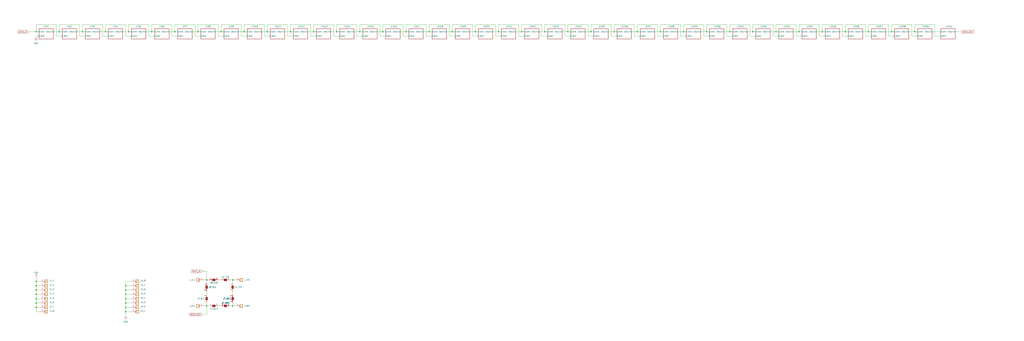
<source format=kicad_sch>
(kicad_sch (version 20230121) (generator eeschema)
  (paper "User" 899.998 299.999)
  (lib_symbols
    (symbol "Connector_Generic:Conn_01x01" (pin_names (offset 1.016) hide)
      (property "Reference" "J" (at 0 2.54 0))
      (property "Value" "Conn_01x01" (at 0 -2.54 0))
      (symbol "Conn_01x01_1_1"
        (rectangle (start -1.27 0.127) (end 0 -0.127) (stroke (width 0.1524)))
        (rectangle (start -1.27 1.27) (end 1.27 -1.27) (stroke (width 0.254)) (fill (type background)))
        (pin passive line (at -5.08 0 0) (length 3.81) (name "Pin_1") (number "1"))
      )
    )
    (symbol "Jumper:SolderJumper_2_Open" (pin_names (offset 0) hide)
      (property "Reference" "JP" (at 0 2.032 0))
      (property "Value" "SolderJumper_2_Open" (at 0 -2.54 0))
      (symbol "SolderJumper_2_Open_0_1"
        (arc (start -0.254 1.016) (mid -1.2656 0) (end -0.254 -1.016))
        (arc (start -0.254 1.016) (mid -1.2656 0) (end -0.254 -1.016) (fill (type outline)))
        (polyline (pts (xy -0.254 1.016) (xy -0.254 -1.016)))
        (polyline (pts (xy 0.254 1.016) (xy 0.254 -1.016)))
        (arc (start 0.254 -1.016) (mid 1.2656 0) (end 0.254 1.016))
        (arc (start 0.254 -1.016) (mid 1.2656 0) (end 0.254 1.016) (fill (type outline)))
      )
      (symbol "SolderJumper_2_Open_1_1"
        (pin passive line (at -3.81 0 0) (length 2.54) (name "A") (number "1"))
        (pin passive line (at 3.81 0 180) (length 2.54) (name "B") (number "2"))
      )
    )
    (symbol "power:GND" (power) (pin_names (offset 0))
      (property "Value" "GND" (at 0 -3.81 0))
      (symbol "GND_0_1"
        (polyline (pts (xy 0 0) (xy 0 -1.27) (xy 1.27 -1.27) (xy 0 -2.54) (xy -1.27 -1.27) (xy 0 -1.27)))
      )
      (symbol "GND_1_1"
        (pin power_in line (at 0 0 270) (length 0) hide (name "GND") (number "1"))
      )
    )
    (symbol "power:VDD" (power) (pin_names (offset 0))
      (property "Value" "VDD" (at 0 3.81 0))
      (symbol "VDD_0_1"
        (polyline (pts (xy -0.762 1.27) (xy 0 2.54)))
        (polyline (pts (xy 0 0) (xy 0 2.54)))
        (polyline (pts (xy 0 2.54) (xy 0.762 1.27)))
      )
      (symbol "VDD_1_1"
        (pin power_in line (at 0 0 90) (length 0) hide (name "VDD") (number "1"))
      )
    )
  )
  (junction (at 110.49 251.46))
  (junction (at 580.39 27.94))
  (junction (at 31.75 259.08))
  (junction (at 438.15 27.94))
  (junction (at 499.11 27.94))
  (junction (at 153.67 27.94))
  (junction (at 641.35 27.94))
  (junction (at 72.39 27.94))
  (junction (at 397.51 27.94))
  (junction (at 31.75 251.46))
  (junction (at 110.49 274.32))
  (junction (at 181.61 246.38))
  (junction (at 31.75 266.7))
  (junction (at 113.03 27.94))
  (junction (at 92.71 27.94))
  (junction (at 110.49 270.51))
  (junction (at 181.61 269.24))
  (junction (at 702.31 27.94))
  (junction (at 763.27 27.94))
  (junction (at 275.59 27.94))
  (junction (at 110.49 266.7))
  (junction (at 621.03 27.94))
  (junction (at 234.95 27.94))
  (junction (at 52.07 27.94))
  (junction (at 214.63 27.94))
  (junction (at 742.95 27.94))
  (junction (at 204.47 269.24))
  (junction (at 204.47 246.38))
  (junction (at 539.75 27.94))
  (junction (at 681.99 27.94))
  (junction (at 600.71 27.94))
  (junction (at 377.19 27.94))
  (junction (at 336.55 27.94))
  (junction (at 31.75 247.65))
  (junction (at 458.47 27.94))
  (junction (at 519.43 27.94))
  (junction (at 173.99 27.94))
  (junction (at 194.31 27.94))
  (junction (at 133.35 27.94))
  (junction (at 31.75 27.94))
  (junction (at 316.23 27.94))
  (junction (at 560.07 27.94))
  (junction (at 417.83 27.94))
  (junction (at 31.75 262.89))
  (junction (at 478.79 27.94))
  (junction (at 31.75 255.27))
  (junction (at 31.75 270.51))
  (junction (at 356.87 27.94))
  (junction (at 255.27 27.94))
  (junction (at 722.63 27.94))
  (junction (at 110.49 262.89))
  (junction (at 110.49 259.08))
  (junction (at 661.67 27.94))
  (junction (at 783.59 27.94))
  (junction (at 295.91 27.94))
  (junction (at 803.91 27.94))
  (junction (at 110.49 255.27))
  (wire (pts (xy 31.75 259.08) (xy 35.56 259.08)))
  (wire (pts (xy 25.4 27.94) (xy 31.75 27.94)))
  (wire (pts (xy 621.03 21.59) (xy 621.03 27.94)))
  (wire (pts (xy 31.75 27.94) (xy 31.75 21.59)))
  (wire (pts (xy 351.79 27.94) (xy 356.87 27.94)))
  (wire (pts (xy 74.93 27.94) (xy 72.39 27.94)))
  (wire (pts (xy 542.29 31.75) (xy 537.21 31.75)))
  (wire (pts (xy 181.61 269.24) (xy 181.61 276.86)))
  (wire (pts (xy 232.41 31.75) (xy 232.41 21.59)))
  (wire (pts (xy 31.75 274.32) (xy 31.75 270.51)))
  (wire (pts (xy 679.45 21.59) (xy 661.67 21.59)))
  (wire (pts (xy 110.49 255.27) (xy 110.49 259.08)))
  (wire (pts (xy 31.75 262.89) (xy 35.56 262.89)))
  (wire (pts (xy 745.49 31.75) (xy 740.41 31.75)))
  (wire (pts (xy 31.75 266.7) (xy 31.75 262.89)))
  (wire (pts (xy 397.51 27.94) (xy 397.51 21.59)))
  (wire (pts (xy 31.75 251.46) (xy 31.75 255.27)))
  (wire (pts (xy 214.63 27.94) (xy 214.63 21.59)))
  (wire (pts (xy 191.77 31.75) (xy 191.77 21.59)))
  (wire (pts (xy 699.77 31.75) (xy 699.77 21.59)))
  (wire (pts (xy 176.53 31.75) (xy 171.45 31.75)))
  (wire (pts (xy 577.85 31.75) (xy 577.85 21.59)))
  (wire (pts (xy 31.75 255.27) (xy 31.75 259.08)))
  (wire (pts (xy 679.45 31.75) (xy 679.45 21.59)))
  (wire (pts (xy 760.73 31.75) (xy 760.73 21.59)))
  (wire (pts (xy 110.49 262.89) (xy 115.57 262.89)))
  (wire (pts (xy 331.47 27.94) (xy 336.55 27.94)))
  (wire (pts (xy 725.17 31.75) (xy 720.09 31.75)))
  (wire (pts (xy 659.13 21.59) (xy 641.35 21.59)))
  (wire (pts (xy 481.33 31.75) (xy 476.25 31.75)))
  (wire (pts (xy 801.37 31.75) (xy 801.37 21.59)))
  (wire (pts (xy 417.83 21.59) (xy 435.61 21.59)))
  (wire (pts (xy 237.49 31.75) (xy 232.41 31.75)))
  (wire (pts (xy 35.56 270.51) (xy 31.75 270.51)))
  (wire (pts (xy 763.27 27.94) (xy 758.19 27.94)))
  (wire (pts (xy 623.57 27.94) (xy 621.03 27.94)))
  (wire (pts (xy 356.87 27.94) (xy 359.41 27.94)))
  (wire (pts (xy 181.61 256.54) (xy 181.61 259.08)))
  (wire (pts (xy 417.83 27.94) (xy 420.37 27.94)))
  (wire (pts (xy 600.71 21.59) (xy 600.71 27.94)))
  (wire (pts (xy 783.59 21.59) (xy 783.59 27.94)))
  (wire (pts (xy 392.43 27.94) (xy 397.51 27.94)))
  (wire (pts (xy 521.97 31.75) (xy 516.89 31.75)))
  (wire (pts (xy 130.81 31.75) (xy 130.81 21.59)))
  (wire (pts (xy 478.79 27.94) (xy 473.71 27.94)))
  (wire (pts (xy 496.57 31.75) (xy 496.57 21.59)))
  (wire (pts (xy 115.57 31.75) (xy 110.49 31.75)))
  (wire (pts (xy 151.13 31.75) (xy 151.13 21.59)))
  (wire (pts (xy 173.99 27.94) (xy 173.99 21.59)))
  (wire (pts (xy 173.99 27.94) (xy 176.53 27.94)))
  (wire (pts (xy 54.61 31.75) (xy 49.53 31.75)))
  (wire (pts (xy 311.15 27.94) (xy 316.23 27.94)))
  (wire (pts (xy 359.41 31.75) (xy 354.33 31.75)))
  (wire (pts (xy 133.35 27.94) (xy 135.89 27.94)))
  (wire (pts (xy 229.87 27.94) (xy 234.95 27.94)))
  (wire (pts (xy 209.55 27.94) (xy 214.63 27.94)))
  (wire (pts (xy 781.05 31.75) (xy 781.05 21.59)))
  (wire (pts (xy 168.91 27.94) (xy 173.99 27.94)))
  (wire (pts (xy 501.65 27.94) (xy 499.11 27.94)))
  (wire (pts (xy 394.97 21.59) (xy 377.19 21.59)))
  (wire (pts (xy 374.65 21.59) (xy 356.87 21.59)))
  (wire (pts (xy 275.59 27.94) (xy 278.13 27.94)))
  (wire (pts (xy 74.93 31.75) (xy 69.85 31.75)))
  (wire (pts (xy 334.01 31.75) (xy 334.01 21.59)))
  (wire (pts (xy 115.57 251.46) (xy 110.49 251.46)))
  (wire (pts (xy 661.67 27.94) (xy 656.59 27.94)))
  (wire (pts (xy 786.13 31.75) (xy 781.05 31.75)))
  (wire (pts (xy 801.37 21.59) (xy 783.59 21.59)))
  (wire (pts (xy 659.13 31.75) (xy 659.13 21.59)))
  (wire (pts (xy 275.59 27.94) (xy 275.59 21.59)))
  (wire (pts (xy 110.49 270.51) (xy 110.49 274.32)))
  (wire (pts (xy 499.11 21.59) (xy 499.11 27.94)))
  (wire (pts (xy 250.19 27.94) (xy 255.27 27.94)))
  (wire (pts (xy 803.91 27.94) (xy 798.83 27.94)))
  (wire (pts (xy 377.19 27.94) (xy 377.19 21.59)))
  (wire (pts (xy 374.65 31.75) (xy 374.65 21.59)))
  (wire (pts (xy 377.19 27.94) (xy 379.73 27.94)))
  (wire (pts (xy 420.37 31.75) (xy 415.29 31.75)))
  (wire (pts (xy 704.85 27.94) (xy 702.31 27.94)))
  (wire (pts (xy 641.35 27.94) (xy 636.27 27.94)))
  (wire (pts (xy 31.75 255.27) (xy 35.56 255.27)))
  (wire (pts (xy 196.85 31.75) (xy 191.77 31.75)))
  (wire (pts (xy 618.49 31.75) (xy 618.49 21.59)))
  (wire (pts (xy 826.77 31.75) (xy 821.69 31.75)))
  (wire (pts (xy 214.63 27.94) (xy 217.17 27.94)))
  (wire (pts (xy 481.33 27.94) (xy 478.79 27.94)))
  (wire (pts (xy 115.57 247.65) (xy 110.49 247.65)))
  (wire (pts (xy 433.07 27.94) (xy 438.15 27.94)))
  (wire (pts (xy 110.49 262.89) (xy 110.49 266.7)))
  (wire (pts (xy 194.31 27.94) (xy 194.31 21.59)))
  (wire (pts (xy 560.07 21.59) (xy 560.07 27.94)))
  (wire (pts (xy 217.17 31.75) (xy 212.09 31.75)))
  (wire (pts (xy 110.49 270.51) (xy 115.57 270.51)))
  (wire (pts (xy 110.49 31.75) (xy 110.49 21.59)))
  (wire (pts (xy 458.47 21.59) (xy 458.47 27.94)))
  (wire (pts (xy 603.25 27.94) (xy 600.71 27.94)))
  (wire (pts (xy 181.61 269.24) (xy 184.15 269.24)))
  (wire (pts (xy 664.21 31.75) (xy 659.13 31.75)))
  (wire (pts (xy 113.03 27.94) (xy 115.57 27.94)))
  (wire (pts (xy 519.43 21.59) (xy 519.43 27.94)))
  (wire (pts (xy 438.15 21.59) (xy 438.15 27.94)))
  (wire (pts (xy 177.8 276.86) (xy 181.61 276.86)))
  (wire (pts (xy 618.49 21.59) (xy 600.71 21.59)))
  (wire (pts (xy 577.85 21.59) (xy 560.07 21.59)))
  (wire (pts (xy 34.29 27.94) (xy 31.75 27.94)))
  (wire (pts (xy 318.77 31.75) (xy 313.69 31.75)))
  (wire (pts (xy 278.13 31.75) (xy 273.05 31.75)))
  (wire (pts (xy 516.89 21.59) (xy 499.11 21.59)))
  (wire (pts (xy 191.77 269.24) (xy 194.31 269.24)))
  (wire (pts (xy 461.01 27.94) (xy 458.47 27.94)))
  (wire (pts (xy 107.95 27.94) (xy 113.03 27.94)))
  (wire (pts (xy 313.69 21.59) (xy 295.91 21.59)))
  (wire (pts (xy 455.93 21.59) (xy 438.15 21.59)))
  (wire (pts (xy 400.05 31.75) (xy 394.97 31.75)))
  (wire (pts (xy 110.49 274.32) (xy 115.57 274.32)))
  (wire (pts (xy 821.69 31.75) (xy 821.69 21.59)))
  (wire (pts (xy 204.47 256.54) (xy 204.47 259.08)))
  (wire (pts (xy 255.27 27.94) (xy 257.81 27.94)))
  (wire (pts (xy 435.61 21.59) (xy 435.61 31.75)))
  (wire (pts (xy 128.27 27.94) (xy 133.35 27.94)))
  (wire (pts (xy 476.25 21.59) (xy 458.47 21.59)))
  (wire (pts (xy 542.29 27.94) (xy 539.75 27.94)))
  (wire (pts (xy 562.61 31.75) (xy 557.53 31.75)))
  (wire (pts (xy 702.31 27.94) (xy 697.23 27.94)))
  (wire (pts (xy 191.77 246.38) (xy 194.31 246.38)))
  (wire (pts (xy 819.15 27.94) (xy 826.77 27.94)))
  (wire (pts (xy 31.75 33.02) (xy 31.75 31.75)))
  (wire (pts (xy 72.39 27.94) (xy 72.39 21.59)))
  (wire (pts (xy 435.61 31.75) (xy 440.69 31.75)))
  (wire (pts (xy 316.23 27.94) (xy 316.23 21.59)))
  (wire (pts (xy 49.53 31.75) (xy 49.53 21.59)))
  (wire (pts (xy 521.97 27.94) (xy 519.43 27.94)))
  (wire (pts (xy 92.71 27.94) (xy 92.71 21.59)))
  (wire (pts (xy 765.81 27.94) (xy 763.27 27.94)))
  (wire (pts (xy 354.33 31.75) (xy 354.33 21.59)))
  (wire (pts (xy 598.17 31.75) (xy 598.17 21.59)))
  (wire (pts (xy 110.49 259.08) (xy 110.49 262.89)))
  (wire (pts (xy 31.75 259.08) (xy 31.75 262.89)))
  (wire (pts (xy 806.45 31.75) (xy 801.37 31.75)))
  (wire (pts (xy 49.53 21.59) (xy 31.75 21.59)))
  (wire (pts (xy 334.01 21.59) (xy 316.23 21.59)))
  (wire (pts (xy 557.53 21.59) (xy 539.75 21.59)))
  (wire (pts (xy 638.81 31.75) (xy 638.81 21.59)))
  (wire (pts (xy 539.75 27.94) (xy 534.67 27.94)))
  (wire (pts (xy 372.11 27.94) (xy 377.19 27.94)))
  (wire (pts (xy 415.29 31.75) (xy 415.29 21.59)))
  (wire (pts (xy 181.61 266.7) (xy 181.61 269.24)))
  (wire (pts (xy 704.85 31.75) (xy 699.77 31.75)))
  (wire (pts (xy 181.61 238.76) (xy 181.61 246.38)))
  (wire (pts (xy 212.09 31.75) (xy 212.09 21.59)))
  (wire (pts (xy 417.83 21.59) (xy 417.83 27.94)))
  (wire (pts (xy 722.63 27.94) (xy 717.55 27.94)))
  (wire (pts (xy 156.21 31.75) (xy 151.13 31.75)))
  (wire (pts (xy 110.49 274.32) (xy 110.49 278.13)))
  (wire (pts (xy 313.69 31.75) (xy 313.69 21.59)))
  (wire (pts (xy 35.56 274.32) (xy 31.75 274.32)))
  (wire (pts (xy 153.67 27.94) (xy 156.21 27.94)))
  (wire (pts (xy 684.53 27.94) (xy 681.99 27.94)))
  (wire (pts (xy 67.31 27.94) (xy 72.39 27.94)))
  (wire (pts (xy 232.41 21.59) (xy 214.63 21.59)))
  (wire (pts (xy 177.8 238.76) (xy 181.61 238.76)))
  (wire (pts (xy 356.87 27.94) (xy 356.87 21.59)))
  (wire (pts (xy 516.89 31.75) (xy 516.89 21.59)))
  (wire (pts (xy 110.49 247.65) (xy 110.49 251.46)))
  (wire (pts (xy 171.45 21.59) (xy 153.67 21.59)))
  (wire (pts (xy 257.81 31.75) (xy 252.73 31.75)))
  (wire (pts (xy 537.21 31.75) (xy 537.21 21.59)))
  (wire (pts (xy 499.11 27.94) (xy 494.03 27.94)))
  (wire (pts (xy 560.07 27.94) (xy 554.99 27.94)))
  (wire (pts (xy 135.89 31.75) (xy 130.81 31.75)))
  (wire (pts (xy 415.29 21.59) (xy 397.51 21.59)))
  (wire (pts (xy 643.89 27.94) (xy 641.35 27.94)))
  (wire (pts (xy 379.73 31.75) (xy 374.65 31.75)))
  (wire (pts (xy 458.47 27.94) (xy 453.39 27.94)))
  (wire (pts (xy 580.39 27.94) (xy 575.31 27.94)))
  (wire (pts (xy 641.35 21.59) (xy 641.35 27.94)))
  (wire (pts (xy 31.75 247.65) (xy 35.56 247.65)))
  (wire (pts (xy 46.99 27.94) (xy 52.07 27.94)))
  (wire (pts (xy 600.71 27.94) (xy 595.63 27.94)))
  (wire (pts (xy 189.23 27.94) (xy 194.31 27.94)))
  (wire (pts (xy 52.07 27.94) (xy 54.61 27.94)))
  (wire (pts (xy 52.07 27.94) (xy 52.07 21.59)))
  (wire (pts (xy 133.35 27.94) (xy 133.35 21.59)))
  (wire (pts (xy 438.15 27.94) (xy 440.69 27.94)))
  (wire (pts (xy 720.09 21.59) (xy 702.31 21.59)))
  (wire (pts (xy 115.57 259.08) (xy 110.49 259.08)))
  (wire (pts (xy 740.41 31.75) (xy 740.41 21.59)))
  (wire (pts (xy 95.25 31.75) (xy 90.17 31.75)))
  (wire (pts (xy 760.73 21.59) (xy 742.95 21.59)))
  (wire (pts (xy 740.41 21.59) (xy 722.63 21.59)))
  (wire (pts (xy 110.49 266.7) (xy 115.57 266.7)))
  (wire (pts (xy 31.75 247.65) (xy 31.75 251.46)))
  (wire (pts (xy 31.75 251.46) (xy 35.56 251.46)))
  (wire (pts (xy 699.77 21.59) (xy 681.99 21.59)))
  (wire (pts (xy 201.93 269.24) (xy 204.47 269.24)))
  (wire (pts (xy 821.69 21.59) (xy 803.91 21.59)))
  (wire (pts (xy 580.39 21.59) (xy 580.39 27.94)))
  (wire (pts (xy 69.85 21.59) (xy 52.07 21.59)))
  (wire (pts (xy 598.17 21.59) (xy 580.39 21.59)))
  (wire (pts (xy 234.95 27.94) (xy 237.49 27.94)))
  (wire (pts (xy 455.93 31.75) (xy 455.93 21.59)))
  (wire (pts (xy 204.47 266.7) (xy 204.47 269.24)))
  (wire (pts (xy 839.47 27.94) (xy 844.55 27.94)))
  (wire (pts (xy 273.05 21.59) (xy 255.27 21.59)))
  (wire (pts (xy 204.47 246.38) (xy 204.47 248.92)))
  (wire (pts (xy 742.95 21.59) (xy 742.95 27.94)))
  (wire (pts (xy 783.59 27.94) (xy 778.51 27.94)))
  (wire (pts (xy 582.93 27.94) (xy 580.39 27.94)))
  (wire (pts (xy 298.45 31.75) (xy 293.37 31.75)))
  (wire (pts (xy 212.09 21.59) (xy 194.31 21.59)))
  (wire (pts (xy 339.09 31.75) (xy 334.01 31.75)))
  (wire (pts (xy 191.77 21.59) (xy 173.99 21.59)))
  (wire (pts (xy 496.57 21.59) (xy 478.79 21.59)))
  (wire (pts (xy 181.61 246.38) (xy 184.15 246.38)))
  (wire (pts (xy 293.37 31.75) (xy 293.37 21.59)))
  (wire (pts (xy 765.81 31.75) (xy 760.73 31.75)))
  (wire (pts (xy 742.95 27.94) (xy 737.87 27.94)))
  (wire (pts (xy 397.51 27.94) (xy 400.05 27.94)))
  (wire (pts (xy 501.65 31.75) (xy 496.57 31.75)))
  (wire (pts (xy 806.45 27.94) (xy 803.91 27.94)))
  (wire (pts (xy 412.75 27.94) (xy 417.83 27.94)))
  (wire (pts (xy 336.55 27.94) (xy 336.55 21.59)))
  (wire (pts (xy 270.51 27.94) (xy 275.59 27.94)))
  (wire (pts (xy 763.27 21.59) (xy 763.27 27.94)))
  (wire (pts (xy 745.49 27.94) (xy 742.95 27.94)))
  (wire (pts (xy 31.75 243.84) (xy 31.75 247.65)))
  (wire (pts (xy 293.37 21.59) (xy 275.59 21.59)))
  (wire (pts (xy 664.21 27.94) (xy 661.67 27.94)))
  (wire (pts (xy 181.61 246.38) (xy 181.61 248.92)))
  (wire (pts (xy 519.43 27.94) (xy 514.35 27.94)))
  (wire (pts (xy 643.89 31.75) (xy 638.81 31.75)))
  (wire (pts (xy 336.55 27.94) (xy 339.09 27.94)))
  (wire (pts (xy 113.03 27.94) (xy 113.03 21.59)))
  (wire (pts (xy 354.33 21.59) (xy 336.55 21.59)))
  (wire (pts (xy 87.63 27.94) (xy 92.71 27.94)))
  (wire (pts (xy 115.57 255.27) (xy 110.49 255.27)))
  (wire (pts (xy 603.25 31.75) (xy 598.17 31.75)))
  (wire (pts (xy 201.93 246.38) (xy 204.47 246.38)))
  (wire (pts (xy 273.05 31.75) (xy 273.05 21.59)))
  (wire (pts (xy 557.53 31.75) (xy 557.53 21.59)))
  (wire (pts (xy 722.63 21.59) (xy 722.63 27.94)))
  (wire (pts (xy 90.17 21.59) (xy 72.39 21.59)))
  (wire (pts (xy 295.91 27.94) (xy 298.45 27.94)))
  (wire (pts (xy 130.81 21.59) (xy 113.03 21.59)))
  (wire (pts (xy 31.75 31.75) (xy 34.29 31.75)))
  (wire (pts (xy 621.03 27.94) (xy 615.95 27.94)))
  (wire (pts (xy 295.91 27.94) (xy 295.91 21.59)))
  (wire (pts (xy 110.49 266.7) (xy 110.49 270.51)))
  (wire (pts (xy 725.17 27.94) (xy 722.63 27.94)))
  (wire (pts (xy 31.75 270.51) (xy 31.75 266.7)))
  (wire (pts (xy 702.31 21.59) (xy 702.31 27.94)))
  (wire (pts (xy 539.75 21.59) (xy 539.75 27.94)))
  (wire (pts (xy 582.93 31.75) (xy 577.85 31.75)))
  (wire (pts (xy 476.25 31.75) (xy 476.25 21.59)))
  (wire (pts (xy 69.85 31.75) (xy 69.85 21.59)))
  (wire (pts (xy 720.09 31.75) (xy 720.09 21.59)))
  (wire (pts (xy 803.91 21.59) (xy 803.91 27.94)))
  (wire (pts (xy 562.61 27.94) (xy 560.07 27.94)))
  (wire (pts (xy 179.07 269.24) (xy 181.61 269.24)))
  (wire (pts (xy 194.31 27.94) (xy 196.85 27.94)))
  (wire (pts (xy 110.49 251.46) (xy 110.49 255.27)))
  (wire (pts (xy 661.67 21.59) (xy 661.67 27.94)))
  (wire (pts (xy 316.23 27.94) (xy 318.77 27.94)))
  (wire (pts (xy 204.47 269.24) (xy 207.01 269.24)))
  (wire (pts (xy 151.13 21.59) (xy 133.35 21.59)))
  (wire (pts (xy 252.73 31.75) (xy 252.73 21.59)))
  (wire (pts (xy 255.27 27.94) (xy 255.27 21.59)))
  (wire (pts (xy 461.01 31.75) (xy 455.93 31.75)))
  (wire (pts (xy 638.81 21.59) (xy 621.03 21.59)))
  (wire (pts (xy 623.57 31.75) (xy 618.49 31.75)))
  (wire (pts (xy 781.05 21.59) (xy 763.27 21.59)))
  (wire (pts (xy 35.56 266.7) (xy 31.75 266.7)))
  (wire (pts (xy 478.79 21.59) (xy 478.79 27.94)))
  (wire (pts (xy 179.07 246.38) (xy 181.61 246.38)))
  (wire (pts (xy 394.97 31.75) (xy 394.97 21.59)))
  (wire (pts (xy 153.67 27.94) (xy 153.67 21.59)))
  (wire (pts (xy 204.47 246.38) (xy 207.01 246.38)))
  (wire (pts (xy 684.53 31.75) (xy 679.45 31.75)))
  (wire (pts (xy 110.49 21.59) (xy 92.71 21.59)))
  (wire (pts (xy 148.59 27.94) (xy 153.67 27.94)))
  (wire (pts (xy 681.99 21.59) (xy 681.99 27.94)))
  (wire (pts (xy 171.45 31.75) (xy 171.45 21.59)))
  (wire (pts (xy 786.13 27.94) (xy 783.59 27.94)))
  (wire (pts (xy 90.17 31.75) (xy 90.17 21.59)))
  (wire (pts (xy 234.95 27.94) (xy 234.95 21.59)))
  (wire (pts (xy 681.99 27.94) (xy 676.91 27.94)))
  (wire (pts (xy 252.73 21.59) (xy 234.95 21.59)))
  (wire (pts (xy 92.71 27.94) (xy 95.25 27.94)))
  (wire (pts (xy 537.21 21.59) (xy 519.43 21.59)))
  (wire (pts (xy 290.83 27.94) (xy 295.91 27.94)))
  (global_label "DATA_OUT" (shape input) (at 844.55 27.94 0) (property "Intersheetrefs" "${INTERSHEET_REFS}" (effects hide)))
  (global_label "DATA_OUT" (shape input) (at 177.8 276.86 180) (property "Intersheetrefs" "${INTERSHEET_REFS}" (effects hide)))
  (global_label "DATA_IN" (shape input) (at 177.8 238.76 180) (property "Intersheetrefs" "${INTERSHEET_REFS}" (effects hide)))
  (global_label "DATA_IN" (shape input) (at 25.4 27.94 180) (property "Intersheetrefs" "${INTERSHEET_REFS}" (effects hide)))
  (symbol (lib_id "Connector_Generic:Conn_01x01") (at 40.64 262.89 0) (unit 1)
    (property "Reference" "JV_5" (at 43.18 262.255 0) (effects (justify left)))
    (property "Value" "Conn_01x01" (effects hide))
    (property "Footprint" "TestPoint:TestPoint_Pad_4.0x4.0mm" (effects hide))
  )
  (symbol (lib_id "Connector_Generic:Conn_01x01") (at 120.65 247.65 0) (unit 1)
    (property "Reference" "JN_8" (at 123.19 247.015 0) (effects (justify left)))
    (property "Value" "Conn_01x01" (effects hide))
    (property "Footprint" "TestPoint:TestPoint_Pad_4.0x4.0mm" (effects hide))
  )
  (symbol (lib_id "Jumper:SolderJumper_2_Open") (at 198.12 269.24 180) (unit 1)
    (property "Reference" "JP_BR2" (at 198.12 266.7 0))
    (property "Value" "SolderJumper_2_Open" (effects hide))
    (property "Footprint" "Jumper:SolderJumper-2_P1.3mm_Open_TrianglePad1.0x1.5mm" (effects hide))
  )
  (symbol (lib_id "Jumper:SolderJumper_2_Open") (at 187.96 246.38 0) (unit 1)
    (property "Reference" "JP_TL2" (at 187.96 248.92 0))
    (property "Value" "SolderJumper_2_Open" (effects hide))
    (property "Footprint" "Jumper:SolderJumper-2_P1.3mm_Open_TrianglePad1.0x1.5mm" (effects hide))
  )
  (symbol (lib_id "Connector_Generic:Conn_01x01") (at 120.65 255.27 0) (unit 1)
    (property "Reference" "JN_6" (at 123.19 254.635 0) (effects (justify left)))
    (property "Value" "Conn_01x01" (effects hide))
    (property "Footprint" "TestPoint:TestPoint_Pad_4.0x4.0mm" (effects hide))
  )
  (symbol (lib_id "Connector_Generic:Conn_01x01") (at 120.65 262.89 0) (unit 1)
    (property "Reference" "JN_4" (at 123.19 262.255 0) (effects (justify left)))
    (property "Value" "Conn_01x01" (effects hide))
    (property "Footprint" "TestPoint:TestPoint_Pad_4.0x4.0mm" (effects hide))
  )
  (symbol (lib_id "Connector_Generic:Conn_01x01") (at 212.09 269.24 0) (mirror x) (unit 1)
    (property "Reference" "J_BR1" (at 217.17 269.24 0))
    (property "Value" "Conn_01x01" (effects hide))
    (property "Footprint" "TestPoint:TestPoint_Pad_2.5x2.5mm" (effects hide))
  )
  (symbol (lib_id "power:VDD") (at 31.75 243.84 0) (unit 1)
    (property "Reference" "#PWR01444" (effects hide))
    (property "Value" "VDD" (at 31.75 240.03 0))
  )
  (symbol (lib_id "Connector_Generic:Conn_01x01") (at 212.09 246.38 0) (mirror x) (unit 1)
    (property "Reference" "J_TR1" (at 217.17 246.38 0))
    (property "Value" "Conn_01x01" (effects hide))
    (property "Footprint" "TestPoint:TestPoint_Pad_2.5x2.5mm" (effects hide))
  )
  (symbol (lib_id "Connector_Generic:Conn_01x01") (at 120.65 266.7 0) (unit 1)
    (property "Reference" "JN_3" (at 123.19 266.065 0) (effects (justify left)))
    (property "Value" "Conn_01x01" (effects hide))
    (property "Footprint" "TestPoint:TestPoint_Pad_4.0x4.0mm" (effects hide))
  )
  (symbol (lib_id "Connector_Generic:Conn_01x01") (at 40.64 251.46 0) (unit 1)
    (property "Reference" "JV_2" (at 43.18 250.825 0) (effects (justify left)))
    (property "Value" "Conn_01x01" (effects hide))
    (property "Footprint" "TestPoint:TestPoint_Pad_4.0x4.0mm" (effects hide))
  )
  (symbol (lib_id "Connector_Generic:Conn_01x01") (at 120.65 251.46 0) (unit 1)
    (property "Reference" "JN_7" (at 123.19 250.825 0) (effects (justify left)))
    (property "Value" "Conn_01x01" (effects hide))
    (property "Footprint" "TestPoint:TestPoint_Pad_4.0x4.0mm" (effects hide))
  )
  (symbol (lib_id "Connector_Generic:Conn_01x01") (at 40.64 266.7 0) (unit 1)
    (property "Reference" "JV_6" (at 43.18 266.065 0) (effects (justify left)))
    (property "Value" "Conn_01x01" (effects hide))
    (property "Footprint" "TestPoint:TestPoint_Pad_4.0x4.0mm" (effects hide))
  )
  (symbol (lib_id "Connector_Generic:Conn_01x01") (at 120.65 270.51 0) (unit 1)
    (property "Reference" "JN_2" (at 123.19 269.875 0) (effects (justify left)))
    (property "Value" "Conn_01x01" (effects hide))
    (property "Footprint" "TestPoint:TestPoint_Pad_4.0x4.0mm" (effects hide))
  )
  (symbol (lib_id "Jumper:SolderJumper_2_Open") (at 181.61 252.73 90) (mirror x) (unit 1)
    (property "Reference" "JP_TL1" (at 186.69 252.73 90))
    (property "Value" "SolderJumper_2_Open" (effects hide))
    (property "Footprint" "Jumper:SolderJumper-2_P1.3mm_Open_TrianglePad1.0x1.5mm" (effects hide))
  )
  (symbol (lib_id "power:GND") (at 31.75 33.02 0) (unit 1)
    (property "Reference" "#PWR04" (effects hide))
    (property "Value" "GND" (at 31.75 38.1 0))
  )
  (symbol (lib_id "Connector_Generic:Conn_01x01") (at 120.65 259.08 0) (unit 1)
    (property "Reference" "JN_5" (at 123.19 258.445 0) (effects (justify left)))
    (property "Value" "Conn_01x01" (effects hide))
    (property "Footprint" "TestPoint:TestPoint_Pad_4.0x4.0mm" (effects hide))
  )
  (symbol (lib_id "Connector_Generic:Conn_01x01") (at 40.64 274.32 0) (unit 1)
    (property "Reference" "JV_8" (at 43.18 273.685 0) (effects (justify left)))
    (property "Value" "Conn_01x01" (effects hide))
    (property "Footprint" "TestPoint:TestPoint_Pad_4.0x4.0mm" (effects hide))
  )
  (symbol (lib_id "Connector_Generic:Conn_01x01") (at 120.65 274.32 0) (unit 1)
    (property "Reference" "JN_1" (at 123.19 273.685 0) (effects (justify left)))
    (property "Value" "Conn_01x01" (effects hide))
    (property "Footprint" "TestPoint:TestPoint_Pad_4.0x4.0mm" (effects hide))
  )
  (symbol (lib_id "Connector_Generic:Conn_01x01") (at 40.64 255.27 0) (unit 1)
    (property "Reference" "JV_3" (at 43.18 254.635 0) (effects (justify left)))
    (property "Value" "Conn_01x01" (effects hide))
    (property "Footprint" "TestPoint:TestPoint_Pad_4.0x4.0mm" (effects hide))
  )
  (symbol (lib_id "Jumper:SolderJumper_2_Open") (at 204.47 262.89 270) (mirror x) (unit 1)
    (property "Reference" "JP_BR1" (at 199.39 262.89 90))
    (property "Value" "SolderJumper_2_Open" (effects hide))
    (property "Footprint" "Jumper:SolderJumper-2_P1.3mm_Open_TrianglePad1.0x1.5mm" (effects hide))
  )
  (symbol (lib_id "power:GND") (at 110.49 278.13 0) (unit 1)
    (property "Reference" "#PWR01445" (effects hide))
    (property "Value" "GND" (at 110.49 283.21 0))
  )
  (symbol (lib_id "Connector_Generic:Conn_01x01") (at 173.99 246.38 180) (unit 1)
    (property "Reference" "J_TL1" (at 168.91 246.38 0))
    (property "Value" "Conn_01x01" (effects hide))
    (property "Footprint" "TestPoint:TestPoint_Pad_2.5x2.5mm" (effects hide))
  )
  (symbol (lib_id "Jumper:SolderJumper_2_Open") (at 181.61 262.89 270) (mirror x) (unit 1)
    (property "Reference" "JP_BL1" (at 176.53 262.89 90))
    (property "Value" "SolderJumper_2_Open" (effects hide))
    (property "Footprint" "Jumper:SolderJumper-2_P1.3mm_Open_TrianglePad1.0x1.5mm" (effects hide))
  )
  (symbol (lib_id "Jumper:SolderJumper_2_Open") (at 198.12 246.38 180) (unit 1)
    (property "Reference" "JP_TR2" (at 198.12 243.84 0))
    (property "Value" "SolderJumper_2_Open" (effects hide))
    (property "Footprint" "Jumper:SolderJumper-2_P1.3mm_Open_TrianglePad1.0x1.5mm" (effects hide))
  )
  (symbol (lib_id "Connector_Generic:Conn_01x01") (at 40.64 259.08 0) (unit 1)
    (property "Reference" "JV_4" (at 43.18 258.445 0) (effects (justify left)))
    (property "Value" "Conn_01x01" (effects hide))
    (property "Footprint" "TestPoint:TestPoint_Pad_4.0x4.0mm" (effects hide))
  )
  (symbol (lib_id "Connector_Generic:Conn_01x01") (at 173.99 269.24 180) (unit 1)
    (property "Reference" "J_BL1" (at 168.91 269.24 0))
    (property "Value" "Conn_01x01" (effects hide))
    (property "Footprint" "TestPoint:TestPoint_Pad_2.5x2.5mm" (effects hide))
  )
  (symbol (lib_id "Jumper:SolderJumper_2_Open") (at 204.47 252.73 90) (mirror x) (unit 1)
    (property "Reference" "JP_TR1" (at 209.55 252.73 90))
    (property "Value" "SolderJumper_2_Open" (effects hide))
    (property "Footprint" "Jumper:SolderJumper-2_P1.3mm_Open_TrianglePad1.0x1.5mm" (effects hide))
  )
  (symbol (lib_id "Connector_Generic:Conn_01x01") (at 40.64 247.65 0) (unit 1)
    (property "Reference" "JV_1" (at 43.18 247.015 0) (effects (justify left)))
    (property "Value" "Conn_01x01" (effects hide))
    (property "Footprint" "TestPoint:TestPoint_Pad_4.0x4.0mm" (effects hide))
  )
  (symbol (lib_id "Connector_Generic:Conn_01x01") (at 40.64 270.51 0) (unit 1)
    (property "Reference" "JV_7" (at 43.18 269.875 0) (effects (justify left)))
    (property "Value" "Conn_01x01" (effects hide))
    (property "Footprint" "TestPoint:TestPoint_Pad_4.0x4.0mm" (effects hide))
  )
  (symbol (lib_id "Jumper:SolderJumper_2_Open") (at 187.96 269.24 0) (unit 1)
    (property "Reference" "JP_BL2" (at 187.96 271.78 0))
    (property "Value" "SolderJumper_2_Open" (effects hide))
    (property "Footprint" "Jumper:SolderJumper-2_P1.3mm_Open_TrianglePad1.0x1.5mm" (effects hide))
  )
  (sheet (at 461.01 25.4) (size 12.7 8.89) (stroke (width 0.1524))
    (property "Sheetname" "LED22" (at 464.82 24.13 0) (effects (justify left bottom)))
    (property "Sheetfile" "LED.kicad_sch" (effects hide))
    (pin "DOUT" output (at 473.71 27.94 0))
    (pin "BIN" input (at 461.01 31.75 180))
    (pin "DIN" input (at 461.01 27.94 180))
  )
  (sheet (at 115.57 25.4) (size 12.7 8.89) (stroke (width 0.1524))
    (property "Sheetname" "LED5" (at 119.38 24.13 0) (effects (justify left bottom)))
    (property "Sheetfile" "LED.kicad_sch" (effects hide))
    (pin "DOUT" output (at 128.27 27.94 0))
    (pin "BIN" input (at 115.57 31.75 180))
    (pin "DIN" input (at 115.57 27.94 180))
  )
  (sheet (at 806.45 25.4) (size 12.7 8.89) (stroke (width 0.1524))
    (property "Sheetname" "LED39" (at 810.26 24.13 0) (effects (justify left bottom)))
    (property "Sheetfile" "LED.kicad_sch" (effects hide))
    (pin "DOUT" output (at 819.15 27.94 0))
    (pin "BIN" input (at 806.45 31.75 180))
    (pin "DIN" input (at 806.45 27.94 180))
  )
  (sheet (at 34.29 25.4) (size 12.7 8.89) (stroke (width 0.1524))
    (property "Sheetname" "LED1" (at 38.1 24.13 0) (effects (justify left bottom)))
    (property "Sheetfile" "LED.kicad_sch" (effects hide))
    (pin "DOUT" output (at 46.99 27.94 0))
    (pin "BIN" input (at 34.29 31.75 180))
    (pin "DIN" input (at 34.29 27.94 180))
  )
  (sheet (at 278.13 25.4) (size 12.7 8.89) (stroke (width 0.1524))
    (property "Sheetname" "LED13" (at 281.94 24.13 0) (effects (justify left bottom)))
    (property "Sheetfile" "LED.kicad_sch" (effects hide))
    (pin "DOUT" output (at 290.83 27.94 0))
    (pin "BIN" input (at 278.13 31.75 180))
    (pin "DIN" input (at 278.13 27.94 180))
  )
  (sheet (at 562.61 25.4) (size 12.7 8.89) (stroke (width 0.1524))
    (property "Sheetname" "LED27" (at 566.42 24.13 0) (effects (justify left bottom)))
    (property "Sheetfile" "LED.kicad_sch" (effects hide))
    (pin "DOUT" output (at 575.31 27.94 0))
    (pin "BIN" input (at 562.61 31.75 180))
    (pin "DIN" input (at 562.61 27.94 180))
  )
  (sheet (at 521.97 25.4) (size 12.7 8.89) (stroke (width 0.1524))
    (property "Sheetname" "LED25" (at 525.78 24.13 0) (effects (justify left bottom)))
    (property "Sheetfile" "LED.kicad_sch" (effects hide))
    (pin "DOUT" output (at 534.67 27.94 0))
    (pin "BIN" input (at 521.97 31.75 180))
    (pin "DIN" input (at 521.97 27.94 180))
  )
  (sheet (at 643.89 25.4) (size 12.7 8.89) (stroke (width 0.1524))
    (property "Sheetname" "LED31" (at 647.7 24.13 0) (effects (justify left bottom)))
    (property "Sheetfile" "LED.kicad_sch" (effects hide))
    (pin "DOUT" output (at 656.59 27.94 0))
    (pin "BIN" input (at 643.89 31.75 180))
    (pin "DIN" input (at 643.89 27.94 180))
  )
  (sheet (at 379.73 25.4) (size 12.7 8.89) (stroke (width 0.1524))
    (property "Sheetname" "LED18" (at 383.54 24.13 0) (effects (justify left bottom)))
    (property "Sheetfile" "LED.kicad_sch" (effects hide))
    (pin "DOUT" output (at 392.43 27.94 0))
    (pin "BIN" input (at 379.73 31.75 180))
    (pin "DIN" input (at 379.73 27.94 180))
  )
  (sheet (at 237.49 25.4) (size 12.7 8.89) (stroke (width 0.1524))
    (property "Sheetname" "LED11" (at 241.3 24.13 0) (effects (justify left bottom)))
    (property "Sheetfile" "LED.kicad_sch" (effects hide))
    (pin "DOUT" output (at 250.19 27.94 0))
    (pin "BIN" input (at 237.49 31.75 180))
    (pin "DIN" input (at 237.49 27.94 180))
  )
  (sheet (at 623.57 25.4) (size 12.7 8.89) (stroke (width 0.1524))
    (property "Sheetname" "LED30" (at 627.38 24.13 0) (effects (justify left bottom)))
    (property "Sheetfile" "LED.kicad_sch" (effects hide))
    (pin "DOUT" output (at 636.27 27.94 0))
    (pin "BIN" input (at 623.57 31.75 180))
    (pin "DIN" input (at 623.57 27.94 180))
  )
  (sheet (at 135.89 25.4) (size 12.7 8.89) (stroke (width 0.1524))
    (property "Sheetname" "LED6" (at 139.7 24.13 0) (effects (justify left bottom)))
    (property "Sheetfile" "LED.kicad_sch" (effects hide))
    (pin "DOUT" output (at 148.59 27.94 0))
    (pin "BIN" input (at 135.89 31.75 180))
    (pin "DIN" input (at 135.89 27.94 180))
  )
  (sheet (at 481.33 25.4) (size 12.7 8.89) (stroke (width 0.1524))
    (property "Sheetname" "LED23" (at 485.14 24.13 0) (effects (justify left bottom)))
    (property "Sheetfile" "LED.kicad_sch" (effects hide))
    (pin "DOUT" output (at 494.03 27.94 0))
    (pin "BIN" input (at 481.33 31.75 180))
    (pin "DIN" input (at 481.33 27.94 180))
  )
  (sheet (at 318.77 25.4) (size 12.7 8.89) (stroke (width 0.1524))
    (property "Sheetname" "LED15" (at 322.58 24.13 0) (effects (justify left bottom)))
    (property "Sheetfile" "LED.kicad_sch" (effects hide))
    (pin "DOUT" output (at 331.47 27.94 0))
    (pin "BIN" input (at 318.77 31.75 180))
    (pin "DIN" input (at 318.77 27.94 180))
  )
  (sheet (at 359.41 25.4) (size 12.7 8.89) (stroke (width 0.1524))
    (property "Sheetname" "LED17" (at 363.22 24.13 0) (effects (justify left bottom)))
    (property "Sheetfile" "LED.kicad_sch" (effects hide))
    (pin "DOUT" output (at 372.11 27.94 0))
    (pin "BIN" input (at 359.41 31.75 180))
    (pin "DIN" input (at 359.41 27.94 180))
  )
  (sheet (at 95.25 25.4) (size 12.7 8.89) (stroke (width 0.1524))
    (property "Sheetname" "LED4" (at 99.06 24.13 0) (effects (justify left bottom)))
    (property "Sheetfile" "LED.kicad_sch" (effects hide))
    (pin "DOUT" output (at 107.95 27.94 0))
    (pin "BIN" input (at 95.25 31.75 180))
    (pin "DIN" input (at 95.25 27.94 180))
  )
  (sheet (at 765.81 25.4) (size 12.7 8.89) (stroke (width 0.1524))
    (property "Sheetname" "LED37" (at 769.62 24.13 0) (effects (justify left bottom)))
    (property "Sheetfile" "LED.kicad_sch" (effects hide))
    (pin "DOUT" output (at 778.51 27.94 0))
    (pin "BIN" input (at 765.81 31.75 180))
    (pin "DIN" input (at 765.81 27.94 180))
  )
  (sheet (at 257.81 25.4) (size 12.7 8.89) (stroke (width 0.1524))
    (property "Sheetname" "LED12" (at 261.62 24.13 0) (effects (justify left bottom)))
    (property "Sheetfile" "LED.kicad_sch" (effects hide))
    (pin "DOUT" output (at 270.51 27.94 0))
    (pin "BIN" input (at 257.81 31.75 180))
    (pin "DIN" input (at 257.81 27.94 180))
  )
  (sheet (at 440.69 25.4) (size 12.7 8.89) (stroke (width 0.1524))
    (property "Sheetname" "LED21" (at 444.5 24.13 0) (effects (justify left bottom)))
    (property "Sheetfile" "LED.kicad_sch" (effects hide))
    (pin "DOUT" output (at 453.39 27.94 0))
    (pin "BIN" input (at 440.69 31.75 180))
    (pin "DIN" input (at 440.69 27.94 180))
  )
  (sheet (at 156.21 25.4) (size 12.7 8.89) (stroke (width 0.1524))
    (property "Sheetname" "LED7" (at 160.02 24.13 0) (effects (justify left bottom)))
    (property "Sheetfile" "LED.kicad_sch" (effects hide))
    (pin "DOUT" output (at 168.91 27.94 0))
    (pin "BIN" input (at 156.21 31.75 180))
    (pin "DIN" input (at 156.21 27.94 180))
  )
  (sheet (at 603.25 25.4) (size 12.7 8.89) (stroke (width 0.1524))
    (property "Sheetname" "LED29" (at 607.06 24.13 0) (effects (justify left bottom)))
    (property "Sheetfile" "LED.kicad_sch" (effects hide))
    (pin "DOUT" output (at 615.95 27.94 0))
    (pin "BIN" input (at 603.25 31.75 180))
    (pin "DIN" input (at 603.25 27.94 180))
  )
  (sheet (at 704.85 25.4) (size 12.7 8.89) (stroke (width 0.1524))
    (property "Sheetname" "LED34" (at 708.66 24.13 0) (effects (justify left bottom)))
    (property "Sheetfile" "LED.kicad_sch" (effects hide))
    (pin "DOUT" output (at 717.55 27.94 0))
    (pin "BIN" input (at 704.85 31.75 180))
    (pin "DIN" input (at 704.85 27.94 180))
  )
  (sheet (at 725.17 25.4) (size 12.7 8.89) (stroke (width 0.1524))
    (property "Sheetname" "LED35" (at 728.98 24.13 0) (effects (justify left bottom)))
    (property "Sheetfile" "LED.kicad_sch" (effects hide))
    (pin "DOUT" output (at 737.87 27.94 0))
    (pin "BIN" input (at 725.17 31.75 180))
    (pin "DIN" input (at 725.17 27.94 180))
  )
  (sheet (at 420.37 25.4) (size 12.7 8.89) (stroke (width 0.1524))
    (property "Sheetname" "LED20" (at 424.18 24.13 0) (effects (justify left bottom)))
    (property "Sheetfile" "LED.kicad_sch" (effects hide))
    (pin "DOUT" output (at 433.07 27.94 0))
    (pin "BIN" input (at 420.37 31.75 180))
    (pin "DIN" input (at 420.37 27.94 180))
  )
  (sheet (at 826.77 25.4) (size 12.7 8.89) (stroke (width 0.1524))
    (property "Sheetname" "LED40" (at 830.58 24.13 0) (effects (justify left bottom)))
    (property "Sheetfile" "LED.kicad_sch" (effects hide))
    (pin "DOUT" output (at 839.47 27.94 0))
    (pin "BIN" input (at 826.77 31.75 180))
    (pin "DIN" input (at 826.77 27.94 180))
  )
  (sheet (at 684.53 25.4) (size 12.7 8.89) (stroke (width 0.1524))
    (property "Sheetname" "LED33" (at 688.34 24.13 0) (effects (justify left bottom)))
    (property "Sheetfile" "LED.kicad_sch" (effects hide))
    (pin "DOUT" output (at 697.23 27.94 0))
    (pin "BIN" input (at 684.53 31.75 180))
    (pin "DIN" input (at 684.53 27.94 180))
  )
  (sheet (at 501.65 25.4) (size 12.7 8.89) (stroke (width 0.1524))
    (property "Sheetname" "LED24" (at 505.46 24.13 0) (effects (justify left bottom)))
    (property "Sheetfile" "LED.kicad_sch" (effects hide))
    (pin "DOUT" output (at 514.35 27.94 0))
    (pin "BIN" input (at 501.65 31.75 180))
    (pin "DIN" input (at 501.65 27.94 180))
  )
  (sheet (at 339.09 25.4) (size 12.7 8.89) (stroke (width 0.1524))
    (property "Sheetname" "LED16" (at 342.9 24.13 0) (effects (justify left bottom)))
    (property "Sheetfile" "LED.kicad_sch" (effects hide))
    (pin "DOUT" output (at 351.79 27.94 0))
    (pin "BIN" input (at 339.09 31.75 180))
    (pin "DIN" input (at 339.09 27.94 180))
  )
  (sheet (at 582.93 25.4) (size 12.7 8.89) (stroke (width 0.1524))
    (property "Sheetname" "LED28" (at 586.74 24.13 0) (effects (justify left bottom)))
    (property "Sheetfile" "LED.kicad_sch" (effects hide))
    (pin "DOUT" output (at 595.63 27.94 0))
    (pin "BIN" input (at 582.93 31.75 180))
    (pin "DIN" input (at 582.93 27.94 180))
  )
  (sheet (at 54.61 25.4) (size 12.7 8.89) (stroke (width 0.1524))
    (property "Sheetname" "LED2" (at 58.42 24.13 0) (effects (justify left bottom)))
    (property "Sheetfile" "LED.kicad_sch" (effects hide))
    (pin "DOUT" output (at 67.31 27.94 0))
    (pin "BIN" input (at 54.61 31.75 180))
    (pin "DIN" input (at 54.61 27.94 180))
  )
  (sheet (at 542.29 25.4) (size 12.7 8.89) (stroke (width 0.1524))
    (property "Sheetname" "LED26" (at 546.1 24.13 0) (effects (justify left bottom)))
    (property "Sheetfile" "LED.kicad_sch" (effects hide))
    (pin "DOUT" output (at 554.99 27.94 0))
    (pin "BIN" input (at 542.29 31.75 180))
    (pin "DIN" input (at 542.29 27.94 180))
  )
  (sheet (at 196.85 25.4) (size 12.7 8.89) (stroke (width 0.1524))
    (property "Sheetname" "LED9" (at 200.66 24.13 0) (effects (justify left bottom)))
    (property "Sheetfile" "LED.kicad_sch" (effects hide))
    (pin "DOUT" output (at 209.55 27.94 0))
    (pin "BIN" input (at 196.85 31.75 180))
    (pin "DIN" input (at 196.85 27.94 180))
  )
  (sheet (at 176.53 25.4) (size 12.7 8.89) (stroke (width 0.1524))
    (property "Sheetname" "LED8" (at 180.34 24.13 0) (effects (justify left bottom)))
    (property "Sheetfile" "LED.kicad_sch" (effects hide))
    (pin "DOUT" output (at 189.23 27.94 0))
    (pin "BIN" input (at 176.53 31.75 180))
    (pin "DIN" input (at 176.53 27.94 180))
  )
  (sheet (at 217.17 25.4) (size 12.7 8.89) (stroke (width 0.1524))
    (property "Sheetname" "LED10" (at 220.98 24.13 0) (effects (justify left bottom)))
    (property "Sheetfile" "LED.kicad_sch" (effects hide))
    (pin "DOUT" output (at 229.87 27.94 0))
    (pin "BIN" input (at 217.17 31.75 180))
    (pin "DIN" input (at 217.17 27.94 180))
  )
  (sheet (at 400.05 25.4) (size 12.7 8.89) (stroke (width 0.1524))
    (property "Sheetname" "LED19" (at 403.86 24.13 0) (effects (justify left bottom)))
    (property "Sheetfile" "LED.kicad_sch" (effects hide))
    (pin "DOUT" output (at 412.75 27.94 0))
    (pin "BIN" input (at 400.05 31.75 180))
    (pin "DIN" input (at 400.05 27.94 180))
  )
  (sheet (at 74.93 25.4) (size 12.7 8.89) (stroke (width 0.1524))
    (property "Sheetname" "LED3" (at 78.74 24.13 0) (effects (justify left bottom)))
    (property "Sheetfile" "LED.kicad_sch" (effects hide))
    (pin "DOUT" output (at 87.63 27.94 0))
    (pin "BIN" input (at 74.93 31.75 180))
    (pin "DIN" input (at 74.93 27.94 180))
  )
  (sheet (at 298.45 25.4) (size 12.7 8.89) (stroke (width 0.1524))
    (property "Sheetname" "LED14" (at 302.26 24.13 0) (effects (justify left bottom)))
    (property "Sheetfile" "LED.kicad_sch" (effects hide))
    (pin "DOUT" output (at 311.15 27.94 0))
    (pin "BIN" input (at 298.45 31.75 180))
    (pin "DIN" input (at 298.45 27.94 180))
  )
  (sheet (at 745.49 25.4) (size 12.7 8.89) (stroke (width 0.1524))
    (property "Sheetname" "LED36" (at 749.3 24.13 0) (effects (justify left bottom)))
    (property "Sheetfile" "LED.kicad_sch" (effects hide))
    (pin "DOUT" output (at 758.19 27.94 0))
    (pin "BIN" input (at 745.49 31.75 180))
    (pin "DIN" input (at 745.49 27.94 180))
  )
  (sheet (at 664.21 25.4) (size 12.7 8.89) (stroke (width 0.1524))
    (property "Sheetname" "LED32" (at 668.02 24.13 0) (effects (justify left bottom)))
    (property "Sheetfile" "LED.kicad_sch" (effects hide))
    (pin "DOUT" output (at 676.91 27.94 0))
    (pin "BIN" input (at 664.21 31.75 180))
    (pin "DIN" input (at 664.21 27.94 180))
  )
  (sheet (at 786.13 25.4) (size 12.7 8.89) (stroke (width 0.1524))
    (property "Sheetname" "LED38" (at 789.94 24.13 0) (effects (justify left bottom)))
    (property "Sheetfile" "LED.kicad_sch" (effects hide))
    (pin "DOUT" output (at 798.83 27.94 0))
    (pin "BIN" input (at 786.13 31.75 180))
    (pin "DIN" input (at 786.13 27.94 180))
  )
)
</source>
